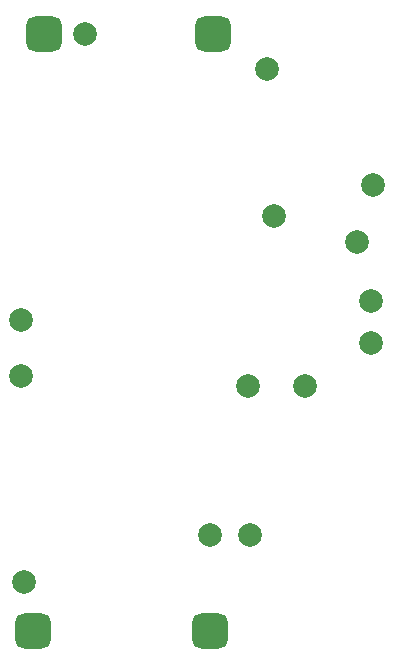
<source format=gbs>
G04 #@! TF.GenerationSoftware,KiCad,Pcbnew,6.0.1-79c1e3a40b~116~ubuntu20.04.1*
G04 #@! TF.CreationDate,2022-02-11T17:49:31+01:00*
G04 #@! TF.ProjectId,Feeder,46656564-6572-42e6-9b69-6361645f7063,rev?*
G04 #@! TF.SameCoordinates,Original*
G04 #@! TF.FileFunction,Soldermask,Bot*
G04 #@! TF.FilePolarity,Negative*
%FSLAX46Y46*%
G04 Gerber Fmt 4.6, Leading zero omitted, Abs format (unit mm)*
G04 Created by KiCad (PCBNEW 6.0.1-79c1e3a40b~116~ubuntu20.04.1) date 2022-02-11 17:49:31*
%MOMM*%
%LPD*%
G01*
G04 APERTURE LIST*
G04 Aperture macros list*
%AMRoundRect*
0 Rectangle with rounded corners*
0 $1 Rounding radius*
0 $2 $3 $4 $5 $6 $7 $8 $9 X,Y pos of 4 corners*
0 Add a 4 corners polygon primitive as box body*
4,1,4,$2,$3,$4,$5,$6,$7,$8,$9,$2,$3,0*
0 Add four circle primitives for the rounded corners*
1,1,$1+$1,$2,$3*
1,1,$1+$1,$4,$5*
1,1,$1+$1,$6,$7*
1,1,$1+$1,$8,$9*
0 Add four rect primitives between the rounded corners*
20,1,$1+$1,$2,$3,$4,$5,0*
20,1,$1+$1,$4,$5,$6,$7,0*
20,1,$1+$1,$6,$7,$8,$9,0*
20,1,$1+$1,$8,$9,$2,$3,0*%
G04 Aperture macros list end*
%ADD10C,2.000000*%
%ADD11C,1.000000*%
%ADD12RoundRect,0.750000X-0.750000X-0.750000X0.750000X-0.750000X0.750000X0.750000X-0.750000X0.750000X0*%
G04 APERTURE END LIST*
D10*
X56800000Y-23200000D03*
X81000000Y-49400000D03*
X79800000Y-40800000D03*
X81200000Y-36000000D03*
X81000000Y-45800000D03*
X72800000Y-38600000D03*
D11*
X52550000Y-23950000D03*
D12*
X53300000Y-23200000D03*
D11*
X52550000Y-22450000D03*
X54050000Y-22450000D03*
X54000000Y-23950000D03*
D10*
X75400000Y-53000000D03*
X67400000Y-65600000D03*
X70800000Y-65600000D03*
D12*
X52400000Y-73800000D03*
D11*
X51650000Y-73050000D03*
X51650000Y-74550000D03*
X53150000Y-73050000D03*
X53100000Y-74550000D03*
D10*
X70600000Y-53000000D03*
D11*
X68350000Y-22450000D03*
X66850000Y-23950000D03*
D12*
X67600000Y-23200000D03*
D11*
X68300000Y-23950000D03*
X66850000Y-22450000D03*
D12*
X67400000Y-73800000D03*
D11*
X66650000Y-73050000D03*
X68150000Y-73050000D03*
X68100000Y-74550000D03*
X66650000Y-74550000D03*
D10*
X51400000Y-52200000D03*
X51600000Y-69600000D03*
X72200000Y-26200000D03*
X51400000Y-47400000D03*
M02*

</source>
